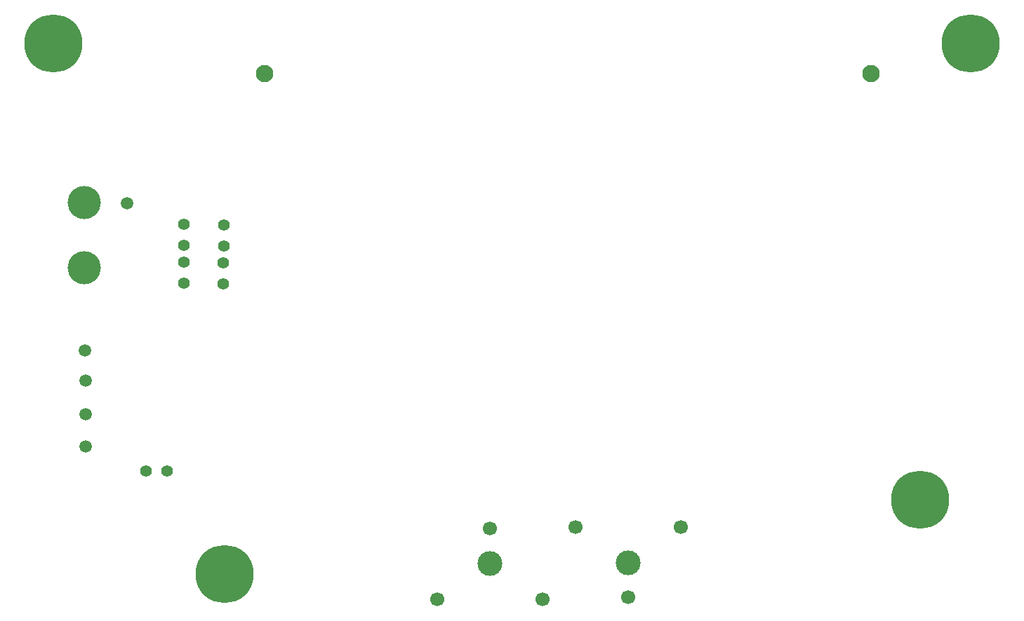
<source format=gbr>
%TF.GenerationSoftware,KiCad,Pcbnew,8.0.8*%
%TF.CreationDate,2025-08-06T16:05:48-04:00*%
%TF.ProjectId,pcie,70636965-2e6b-4696-9361-645f70636258,rev?*%
%TF.SameCoordinates,Original*%
%TF.FileFunction,Soldermask,Bot*%
%TF.FilePolarity,Negative*%
%FSLAX46Y46*%
G04 Gerber Fmt 4.6, Leading zero omitted, Abs format (unit mm)*
G04 Created by KiCad (PCBNEW 8.0.8) date 2025-08-06 16:05:48*
%MOMM*%
%LPD*%
G01*
G04 APERTURE LIST*
%ADD10C,7.000000*%
%ADD11C,1.400000*%
%ADD12C,1.500000*%
%ADD13C,4.000000*%
%ADD14C,2.100000*%
%ADD15C,1.700000*%
%ADD16C,3.000000*%
G04 APERTURE END LIST*
D10*
%TO.C,*%
X234540000Y-85100000D03*
%TD*%
%TO.C,*%
X240640000Y-30000000D03*
%TD*%
%TO.C,*%
X130000000Y-30000000D03*
%TD*%
%TO.C,REF\u002A\u002A*%
X150640000Y-94100000D03*
%TD*%
D11*
%TO.C,REF\u002A\u002A*%
X141180000Y-81650000D03*
X143720000Y-81650000D03*
%TD*%
%TO.C,REF\u002A\u002A*%
X150525000Y-51910000D03*
X150525000Y-54450000D03*
%TD*%
%TO.C,REF\u002A\u002A*%
X150520000Y-56490000D03*
X150520000Y-59030000D03*
%TD*%
%TO.C,REF\u002A\u002A*%
X145720000Y-56385000D03*
X145720000Y-58925000D03*
%TD*%
%TO.C,REF\u002A\u002A*%
X145725000Y-51805000D03*
X145725000Y-54345000D03*
%TD*%
D12*
%TO.C,REF\u002A\u002A*%
X133825000Y-67075000D03*
%TD*%
%TO.C,REF\u002A\u002A*%
X133925000Y-74775000D03*
%TD*%
%TO.C,REF\u002A\u002A*%
X133875000Y-78625000D03*
%TD*%
%TO.C,REF\u002A\u002A*%
X133875000Y-70675000D03*
%TD*%
D13*
%TO.C,REF\u002A\u002A*%
X133750000Y-57100000D03*
%TD*%
D12*
%TO.C,REF\u002A\u002A*%
X138900000Y-49300000D03*
%TD*%
D13*
%TO.C,REF\u002A\u002A*%
X133750000Y-49200000D03*
%TD*%
D14*
%TO.C,J2*%
X228600000Y-33600000D03*
X155450000Y-33600000D03*
%TD*%
D15*
%TO.C,J1*%
X205680000Y-88370000D03*
X199300000Y-96840000D03*
D16*
X199300000Y-92750000D03*
D15*
X192960000Y-88390000D03*
X189020000Y-97080000D03*
D16*
X182640000Y-92760000D03*
D15*
X182640000Y-88560000D03*
X176300000Y-97100000D03*
%TD*%
M02*

</source>
